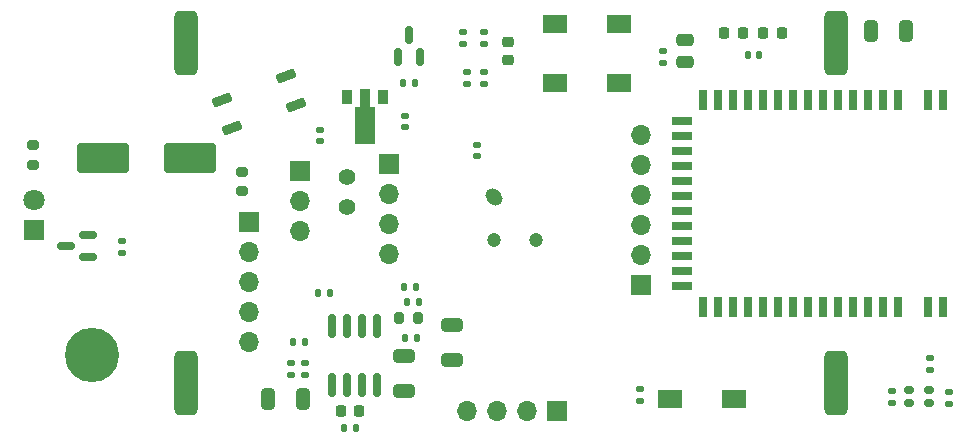
<source format=gbr>
%TF.GenerationSoftware,KiCad,Pcbnew,7.0.1*%
%TF.CreationDate,2023-06-12T22:14:20+07:00*%
%TF.ProjectId,Air Conditioner Energy Saver V7,41697220-436f-46e6-9469-74696f6e6572,rev?*%
%TF.SameCoordinates,Original*%
%TF.FileFunction,Soldermask,Top*%
%TF.FilePolarity,Negative*%
%FSLAX46Y46*%
G04 Gerber Fmt 4.6, Leading zero omitted, Abs format (unit mm)*
G04 Created by KiCad (PCBNEW 7.0.1) date 2023-06-12 22:14:20*
%MOMM*%
%LPD*%
G01*
G04 APERTURE LIST*
G04 Aperture macros list*
%AMRoundRect*
0 Rectangle with rounded corners*
0 $1 Rounding radius*
0 $2 $3 $4 $5 $6 $7 $8 $9 X,Y pos of 4 corners*
0 Add a 4 corners polygon primitive as box body*
4,1,4,$2,$3,$4,$5,$6,$7,$8,$9,$2,$3,0*
0 Add four circle primitives for the rounded corners*
1,1,$1+$1,$2,$3*
1,1,$1+$1,$4,$5*
1,1,$1+$1,$6,$7*
1,1,$1+$1,$8,$9*
0 Add four rect primitives between the rounded corners*
20,1,$1+$1,$2,$3,$4,$5,0*
20,1,$1+$1,$4,$5,$6,$7,0*
20,1,$1+$1,$6,$7,$8,$9,0*
20,1,$1+$1,$8,$9,$2,$3,0*%
%AMHorizOval*
0 Thick line with rounded ends*
0 $1 width*
0 $2 $3 position (X,Y) of the first rounded end (center of the circle)*
0 $4 $5 position (X,Y) of the second rounded end (center of the circle)*
0 Add line between two ends*
20,1,$1,$2,$3,$4,$5,0*
0 Add two circle primitives to create the rounded ends*
1,1,$1,$2,$3*
1,1,$1,$4,$5*%
%AMFreePoly0*
4,1,9,3.862500,-0.866500,0.737500,-0.866500,0.737500,-0.450000,-0.737500,-0.450000,-0.737500,0.450000,0.737500,0.450000,0.737500,0.866500,3.862500,0.866500,3.862500,-0.866500,3.862500,-0.866500,$1*%
G04 Aperture macros list end*
%ADD10RoundRect,0.250000X1.950000X1.000000X-1.950000X1.000000X-1.950000X-1.000000X1.950000X-1.000000X0*%
%ADD11RoundRect,0.197500X-0.661905X-0.030738X-0.526807X-0.401917X0.661905X0.030738X0.526807X0.401917X0*%
%ADD12RoundRect,0.135000X0.185000X-0.135000X0.185000X0.135000X-0.185000X0.135000X-0.185000X-0.135000X0*%
%ADD13R,2.000000X1.600000*%
%ADD14RoundRect,0.135000X-0.135000X-0.185000X0.135000X-0.185000X0.135000X0.185000X-0.135000X0.185000X0*%
%ADD15RoundRect,0.150000X0.150000X-0.587500X0.150000X0.587500X-0.150000X0.587500X-0.150000X-0.587500X0*%
%ADD16RoundRect,0.250000X-0.650000X0.325000X-0.650000X-0.325000X0.650000X-0.325000X0.650000X0.325000X0*%
%ADD17RoundRect,0.225000X-0.225000X-0.250000X0.225000X-0.250000X0.225000X0.250000X-0.225000X0.250000X0*%
%ADD18R,1.700000X1.700000*%
%ADD19O,1.700000X1.700000*%
%ADD20RoundRect,0.135000X0.135000X0.185000X-0.135000X0.185000X-0.135000X-0.185000X0.135000X-0.185000X0*%
%ADD21RoundRect,0.135000X-0.185000X0.135000X-0.185000X-0.135000X0.185000X-0.135000X0.185000X0.135000X0*%
%ADD22R,0.700000X1.800000*%
%ADD23R,1.800000X0.700000*%
%ADD24RoundRect,0.218750X0.218750X0.256250X-0.218750X0.256250X-0.218750X-0.256250X0.218750X-0.256250X0*%
%ADD25RoundRect,0.200000X-0.275000X0.200000X-0.275000X-0.200000X0.275000X-0.200000X0.275000X0.200000X0*%
%ADD26RoundRect,0.200000X0.275000X-0.200000X0.275000X0.200000X-0.275000X0.200000X-0.275000X-0.200000X0*%
%ADD27RoundRect,0.140000X0.170000X-0.140000X0.170000X0.140000X-0.170000X0.140000X-0.170000X-0.140000X0*%
%ADD28R,0.900000X1.300000*%
%ADD29FreePoly0,270.000000*%
%ADD30RoundRect,0.175000X0.225000X0.175000X-0.225000X0.175000X-0.225000X-0.175000X0.225000X-0.175000X0*%
%ADD31RoundRect,0.225000X0.250000X-0.225000X0.250000X0.225000X-0.250000X0.225000X-0.250000X-0.225000X0*%
%ADD32RoundRect,0.200000X-0.200000X-0.275000X0.200000X-0.275000X0.200000X0.275000X-0.200000X0.275000X0*%
%ADD33RoundRect,0.140000X-0.170000X0.140000X-0.170000X-0.140000X0.170000X-0.140000X0.170000X0.140000X0*%
%ADD34HorizOval,1.200000X0.141421X-0.141421X-0.141421X0.141421X0*%
%ADD35HorizOval,1.200000X0.000000X0.000000X0.000000X0.000000X0*%
%ADD36RoundRect,0.150000X-0.150000X0.825000X-0.150000X-0.825000X0.150000X-0.825000X0.150000X0.825000X0*%
%ADD37RoundRect,0.250000X0.475000X-0.250000X0.475000X0.250000X-0.475000X0.250000X-0.475000X-0.250000X0*%
%ADD38RoundRect,0.500000X-0.500000X2.250000X-0.500000X-2.250000X0.500000X-2.250000X0.500000X2.250000X0*%
%ADD39RoundRect,0.140000X-0.140000X-0.170000X0.140000X-0.170000X0.140000X0.170000X-0.140000X0.170000X0*%
%ADD40RoundRect,0.150000X0.587500X0.150000X-0.587500X0.150000X-0.587500X-0.150000X0.587500X-0.150000X0*%
%ADD41RoundRect,0.147500X0.147500X0.172500X-0.147500X0.172500X-0.147500X-0.172500X0.147500X-0.172500X0*%
%ADD42RoundRect,0.250000X0.325000X0.650000X-0.325000X0.650000X-0.325000X-0.650000X0.325000X-0.650000X0*%
%ADD43RoundRect,0.250000X-0.325000X-0.650000X0.325000X-0.650000X0.325000X0.650000X-0.325000X0.650000X0*%
%ADD44C,4.600000*%
%ADD45RoundRect,0.500000X0.500000X-2.250000X0.500000X2.250000X-0.500000X2.250000X-0.500000X-2.250000X0*%
%ADD46C,1.400000*%
%ADD47R,1.800000X1.800000*%
%ADD48C,1.800000*%
G04 APERTURE END LIST*
D10*
%TO.C,C5*%
X114500000Y-87700000D03*
X107100000Y-87700000D03*
%TD*%
D11*
%TO.C,U1*%
X117141526Y-82729449D03*
X118010257Y-85116268D03*
X123460474Y-83132551D03*
X122591743Y-80745732D03*
%TD*%
D12*
%TO.C,R5*%
X178700000Y-108490000D03*
X178700000Y-107470000D03*
%TD*%
D13*
%TO.C,SW11*%
X150782000Y-76280000D03*
X145382000Y-76280000D03*
%TD*%
D14*
%TO.C,R6*%
X123188000Y-103251000D03*
X124208000Y-103251000D03*
%TD*%
D15*
%TO.C,Q2*%
X132050000Y-79137500D03*
X133950000Y-79137500D03*
X133000000Y-77262500D03*
%TD*%
D16*
%TO.C,C3*%
X136652000Y-101776000D03*
X136652000Y-104726000D03*
%TD*%
D13*
%TO.C,RST1*%
X160500000Y-108100000D03*
X155100000Y-108100000D03*
%TD*%
D17*
%TO.C,C16*%
X163025000Y-77100000D03*
X164575000Y-77100000D03*
%TD*%
D18*
%TO.C,J2*%
X152654000Y-98425000D03*
D19*
X152654000Y-95885000D03*
X152654000Y-93345000D03*
X152654000Y-90805000D03*
X152654000Y-88265000D03*
X152654000Y-85725000D03*
%TD*%
D12*
%TO.C,R11*%
X152600000Y-108210000D03*
X152600000Y-107190000D03*
%TD*%
D20*
%TO.C,R16*%
X133510000Y-81300000D03*
X132490000Y-81300000D03*
%TD*%
D21*
%TO.C,R1*%
X108700000Y-94690000D03*
X108700000Y-95710000D03*
%TD*%
D22*
%TO.C,U4*%
X178220000Y-82750000D03*
X176950000Y-82750000D03*
X174410000Y-82750000D03*
X173140000Y-82750000D03*
X171870000Y-82750000D03*
X170600000Y-82750000D03*
X169330000Y-82750000D03*
X168060000Y-82750000D03*
X166790000Y-82750000D03*
X165520000Y-82750000D03*
X164250000Y-82750000D03*
X162980000Y-82750000D03*
X161710000Y-82750000D03*
X160440000Y-82750000D03*
X159170000Y-82750000D03*
X157900000Y-82750000D03*
D23*
X156150000Y-84515000D03*
X156150000Y-85785000D03*
X156150000Y-87055000D03*
X156150000Y-88325000D03*
X156150000Y-89595000D03*
X156150000Y-90865000D03*
X156150000Y-92135000D03*
X156150000Y-93405000D03*
X156150000Y-94675000D03*
X156150000Y-95945000D03*
X156150000Y-97215000D03*
X156150000Y-98485000D03*
D22*
X157900000Y-100250000D03*
X159170000Y-100250000D03*
X160440000Y-100250000D03*
X161710000Y-100250000D03*
X162980000Y-100250000D03*
X164250000Y-100250000D03*
X165520000Y-100250000D03*
X166790000Y-100250000D03*
X168060000Y-100250000D03*
X169330000Y-100250000D03*
X170600000Y-100250000D03*
X171870000Y-100250000D03*
X173140000Y-100250000D03*
X174410000Y-100250000D03*
X176950000Y-100250000D03*
X178220000Y-100250000D03*
%TD*%
D24*
%TO.C,L3*%
X161287500Y-77100000D03*
X159712500Y-77100000D03*
%TD*%
D21*
%TO.C,R12*%
X124206000Y-105027000D03*
X124206000Y-106047000D03*
%TD*%
D25*
%TO.C,R2*%
X118872000Y-88837000D03*
X118872000Y-90487000D03*
%TD*%
D26*
%TO.C,R15*%
X101219000Y-88225000D03*
X101219000Y-86575000D03*
%TD*%
D27*
%TO.C,C18*%
X154500000Y-79580000D03*
X154500000Y-78620000D03*
%TD*%
D21*
%TO.C,R23*%
X137900000Y-80390000D03*
X137900000Y-81410000D03*
%TD*%
D14*
%TO.C,R8*%
X132586000Y-98552000D03*
X133606000Y-98552000D03*
%TD*%
D20*
%TO.C,R10*%
X133733000Y-102870000D03*
X132713000Y-102870000D03*
%TD*%
D21*
%TO.C,R19*%
X137600000Y-76990000D03*
X137600000Y-78010000D03*
%TD*%
D28*
%TO.C,U5*%
X130786000Y-82462500D03*
D29*
X129286000Y-82550000D03*
D28*
X127786000Y-82462500D03*
%TD*%
D27*
%TO.C,C19*%
X132715000Y-85062000D03*
X132715000Y-84102000D03*
%TD*%
D30*
%TO.C,D3*%
X177050000Y-108430000D03*
X175350000Y-108430000D03*
X175350000Y-107330000D03*
X177050000Y-107330000D03*
%TD*%
D31*
%TO.C,C2*%
X141400000Y-79375000D03*
X141400000Y-77825000D03*
%TD*%
D13*
%TO.C,SW22*%
X150782000Y-81280000D03*
X145382000Y-81280000D03*
%TD*%
D20*
%TO.C,R7*%
X126367000Y-99060000D03*
X125347000Y-99060000D03*
%TD*%
D32*
%TO.C,R9*%
X132144000Y-101219000D03*
X133794000Y-101219000D03*
%TD*%
D33*
%TO.C,C23*%
X125500000Y-85278000D03*
X125500000Y-86238000D03*
%TD*%
D34*
%TO.C,U2*%
X140203949Y-91003949D03*
D35*
X140203949Y-94596051D03*
X143796051Y-94596051D03*
%TD*%
D36*
%TO.C,U3*%
X130302000Y-101919000D03*
X129032000Y-101919000D03*
X127762000Y-101919000D03*
X126492000Y-101919000D03*
X126492000Y-106869000D03*
X127762000Y-106869000D03*
X129032000Y-106869000D03*
X130302000Y-106869000D03*
%TD*%
D37*
%TO.C,C15*%
X156400000Y-79550000D03*
X156400000Y-77650000D03*
%TD*%
D16*
%TO.C,C9*%
X132588000Y-104443000D03*
X132588000Y-107393000D03*
%TD*%
D38*
%TO.C,BT2*%
X114100000Y-106700000D03*
X169150000Y-106700000D03*
%TD*%
D39*
%TO.C,C4*%
X132870000Y-99822000D03*
X133830000Y-99822000D03*
%TD*%
D40*
%TO.C,Q1*%
X105837500Y-96050000D03*
X105837500Y-94150000D03*
X103962500Y-95100000D03*
%TD*%
D12*
%TO.C,R4*%
X177125000Y-105590000D03*
X177125000Y-104570000D03*
%TD*%
D41*
%TO.C,L2*%
X162685000Y-78900000D03*
X161715000Y-78900000D03*
%TD*%
D42*
%TO.C,C21*%
X175075000Y-76900000D03*
X172125000Y-76900000D03*
%TD*%
D17*
%TO.C,C14*%
X127241000Y-109093000D03*
X128791000Y-109093000D03*
%TD*%
D43*
%TO.C,C12*%
X121080000Y-108077000D03*
X124030000Y-108077000D03*
%TD*%
D12*
%TO.C,R3*%
X173900000Y-108390000D03*
X173900000Y-107370000D03*
%TD*%
D27*
%TO.C,C1*%
X138800000Y-87480000D03*
X138800000Y-86520000D03*
%TD*%
D12*
%TO.C,R13*%
X123063000Y-106047000D03*
X123063000Y-105027000D03*
%TD*%
D21*
%TO.C,R22*%
X139400000Y-76990000D03*
X139400000Y-78010000D03*
%TD*%
D14*
%TO.C,R14*%
X127506000Y-110493000D03*
X128526000Y-110493000D03*
%TD*%
D44*
%TO.C,H1*%
X106200000Y-104300000D03*
%TD*%
D45*
%TO.C,BT1*%
X169200000Y-77900000D03*
X114150000Y-77900000D03*
%TD*%
D21*
%TO.C,R24*%
X139400000Y-80390000D03*
X139400000Y-81410000D03*
%TD*%
D18*
%TO.C,JP1*%
X123793000Y-88773000D03*
D19*
X123793000Y-91313000D03*
X123793000Y-93853000D03*
%TD*%
D18*
%TO.C,J4*%
X131286000Y-88186000D03*
D19*
X131286000Y-90726000D03*
X131286000Y-93266000D03*
X131286000Y-95806000D03*
%TD*%
D18*
%TO.C,J1*%
X119475000Y-93096000D03*
D19*
X119475000Y-95636000D03*
X119475000Y-98176000D03*
X119475000Y-100716000D03*
X119475000Y-103256000D03*
%TD*%
D18*
%TO.C,J5*%
X145580000Y-109100000D03*
D19*
X143040000Y-109100000D03*
X140500000Y-109100000D03*
X137960000Y-109100000D03*
%TD*%
D46*
%TO.C,JP2*%
X127730000Y-89301000D03*
X127730000Y-91841000D03*
%TD*%
D47*
%TO.C,D1*%
X101254000Y-93731000D03*
D48*
X101254000Y-91191000D03*
%TD*%
M02*

</source>
